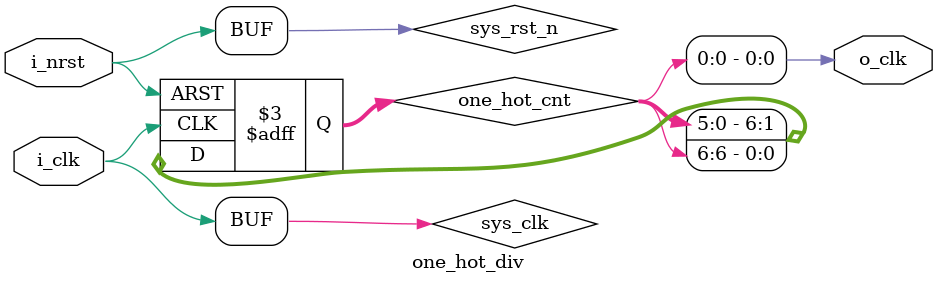
<source format=v>
module one_hot_div(i_clk, i_nrst, o_clk);

input  i_clk;
input  i_nrst;
output o_clk;

parameter   DIV_CONST = 7;
parameter   DUTY = 3;

reg     [DIV_CONST-1:0] one_hot_cnt;

wire    sys_clk     = i_clk;
wire    sys_rst_n   = i_nrst;

assign o_clk = one_hot_cnt[0];

always @(posedge sys_clk, negedge sys_rst_n) begin
    if(~sys_rst_n) begin
        one_hot_cnt <= DUTY;
    end else begin
        one_hot_cnt <= {one_hot_cnt[DIV_CONST-2:0], one_hot_cnt[DIV_CONST-1]};
    end
end

endmodule
</source>
